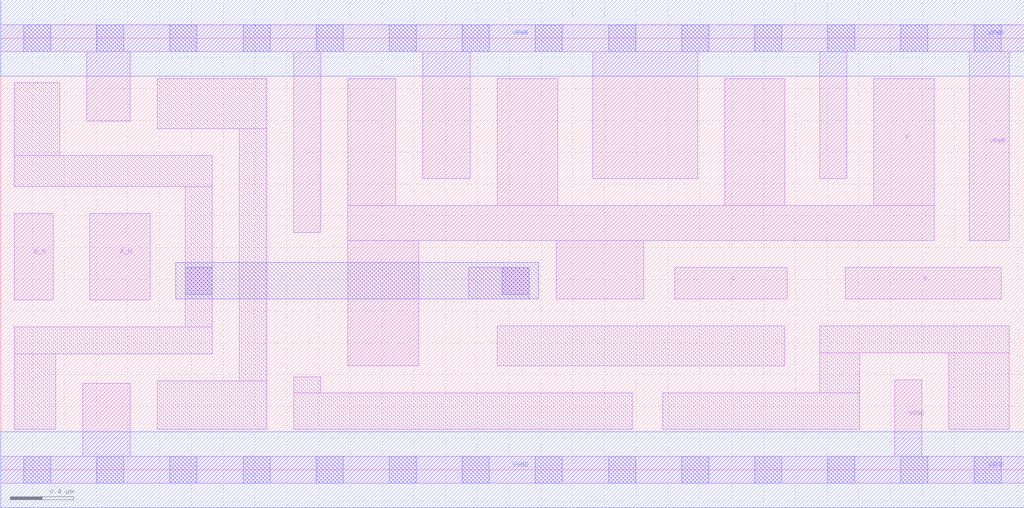
<source format=lef>
# Copyright 2020 The SkyWater PDK Authors
#
# Licensed under the Apache License, Version 2.0 (the "License");
# you may not use this file except in compliance with the License.
# You may obtain a copy of the License at
#
#     https://www.apache.org/licenses/LICENSE-2.0
#
# Unless required by applicable law or agreed to in writing, software
# distributed under the License is distributed on an "AS IS" BASIS,
# WITHOUT WARRANTIES OR CONDITIONS OF ANY KIND, either express or implied.
# See the License for the specific language governing permissions and
# limitations under the License.
#
# SPDX-License-Identifier: Apache-2.0

VERSION 5.7 ;
  NAMESCASESENSITIVE ON ;
  NOWIREEXTENSIONATPIN ON ;
  DIVIDERCHAR "/" ;
  BUSBITCHARS "[]" ;
UNITS
  DATABASE MICRONS 200 ;
END UNITS
PROPERTYDEFINITIONS
  MACRO maskLayoutSubType STRING ;
  MACRO prCellType STRING ;
  MACRO originalViewName STRING ;
END PROPERTYDEFINITIONS
MACRO sky130_fd_sc_hdll__nand4bb_2
  CLASS CORE ;
  FOREIGN sky130_fd_sc_hdll__nand4bb_2 ;
  ORIGIN  0.000000  0.000000 ;
  SIZE  6.440000 BY  2.720000 ;
  SYMMETRY X Y R90 ;
  SITE unithd ;
  PIN A_N
    ANTENNAGATEAREA  0.138600 ;
    DIRECTION INPUT ;
    USE SIGNAL ;
    PORT
      LAYER li1 ;
        RECT 0.560000 1.070000 0.940000 1.615000 ;
    END
  END A_N
  PIN B_N
    ANTENNAGATEAREA  0.138600 ;
    DIRECTION INPUT ;
    USE SIGNAL ;
    PORT
      LAYER li1 ;
        RECT 0.085000 1.070000 0.330000 1.615000 ;
    END
  END B_N
  PIN C
    ANTENNAGATEAREA  0.555000 ;
    DIRECTION INPUT ;
    USE SIGNAL ;
    PORT
      LAYER li1 ;
        RECT 4.240000 1.075000 4.950000 1.275000 ;
    END
  END C
  PIN D
    ANTENNAGATEAREA  0.555000 ;
    DIRECTION INPUT ;
    USE SIGNAL ;
    PORT
      LAYER li1 ;
        RECT 5.315000 1.075000 6.295000 1.275000 ;
    END
  END D
  PIN VGND
    ANTENNADIFFAREA  0.342400 ;
    DIRECTION INOUT ;
    USE SIGNAL ;
    PORT
      LAYER li1 ;
        RECT 0.000000 -0.085000 6.440000 0.085000 ;
        RECT 0.515000  0.085000 0.815000 0.545000 ;
        RECT 5.625000  0.085000 5.795000 0.565000 ;
      LAYER mcon ;
        RECT 0.145000 -0.085000 0.315000 0.085000 ;
        RECT 0.605000 -0.085000 0.775000 0.085000 ;
        RECT 1.065000 -0.085000 1.235000 0.085000 ;
        RECT 1.525000 -0.085000 1.695000 0.085000 ;
        RECT 1.985000 -0.085000 2.155000 0.085000 ;
        RECT 2.445000 -0.085000 2.615000 0.085000 ;
        RECT 2.905000 -0.085000 3.075000 0.085000 ;
        RECT 3.365000 -0.085000 3.535000 0.085000 ;
        RECT 3.825000 -0.085000 3.995000 0.085000 ;
        RECT 4.285000 -0.085000 4.455000 0.085000 ;
        RECT 4.745000 -0.085000 4.915000 0.085000 ;
        RECT 5.205000 -0.085000 5.375000 0.085000 ;
        RECT 5.665000 -0.085000 5.835000 0.085000 ;
        RECT 6.125000 -0.085000 6.295000 0.085000 ;
      LAYER met1 ;
        RECT 0.000000 -0.240000 6.440000 0.240000 ;
    END
  END VGND
  PIN VPWR
    ANTENNADIFFAREA  2.021800 ;
    DIRECTION INOUT ;
    USE SIGNAL ;
    PORT
      LAYER li1 ;
        RECT 0.000000 2.635000 6.440000 2.805000 ;
        RECT 0.540000 2.195000 0.815000 2.635000 ;
        RECT 1.845000 1.495000 2.015000 2.635000 ;
        RECT 2.655000 1.835000 2.955000 2.635000 ;
        RECT 3.725000 1.835000 4.385000 2.635000 ;
        RECT 5.155000 1.835000 5.325000 2.635000 ;
        RECT 6.095000 1.445000 6.345000 2.635000 ;
      LAYER mcon ;
        RECT 0.145000 2.635000 0.315000 2.805000 ;
        RECT 0.605000 2.635000 0.775000 2.805000 ;
        RECT 1.065000 2.635000 1.235000 2.805000 ;
        RECT 1.525000 2.635000 1.695000 2.805000 ;
        RECT 1.985000 2.635000 2.155000 2.805000 ;
        RECT 2.445000 2.635000 2.615000 2.805000 ;
        RECT 2.905000 2.635000 3.075000 2.805000 ;
        RECT 3.365000 2.635000 3.535000 2.805000 ;
        RECT 3.825000 2.635000 3.995000 2.805000 ;
        RECT 4.285000 2.635000 4.455000 2.805000 ;
        RECT 4.745000 2.635000 4.915000 2.805000 ;
        RECT 5.205000 2.635000 5.375000 2.805000 ;
        RECT 5.665000 2.635000 5.835000 2.805000 ;
        RECT 6.125000 2.635000 6.295000 2.805000 ;
      LAYER met1 ;
        RECT 0.000000 2.480000 6.440000 2.960000 ;
    END
  END VPWR
  PIN Y
    ANTENNADIFFAREA  1.368000 ;
    DIRECTION OUTPUT ;
    USE SIGNAL ;
    PORT
      LAYER li1 ;
        RECT 2.185000 0.655000 2.630000 1.445000 ;
        RECT 2.185000 1.445000 5.875000 1.665000 ;
        RECT 2.185000 1.665000 2.485000 2.465000 ;
        RECT 3.125000 1.665000 3.505000 2.465000 ;
        RECT 3.495000 1.075000 4.045000 1.445000 ;
        RECT 4.555000 1.665000 4.935000 2.465000 ;
        RECT 5.495000 1.665000 5.875000 2.465000 ;
    END
  END Y
  OBS
    LAYER li1 ;
      RECT 0.085000 0.255000 0.345000 0.730000 ;
      RECT 0.085000 0.730000 1.330000 0.900000 ;
      RECT 0.085000 1.785000 1.330000 1.980000 ;
      RECT 0.085000 1.980000 0.370000 2.440000 ;
      RECT 0.985000 0.255000 1.675000 0.560000 ;
      RECT 0.985000 2.150000 1.675000 2.465000 ;
      RECT 1.160000 0.900000 1.330000 1.785000 ;
      RECT 1.500000 0.560000 1.675000 2.150000 ;
      RECT 1.845000 0.255000 3.975000 0.485000 ;
      RECT 1.845000 0.485000 2.015000 0.585000 ;
      RECT 2.945000 1.075000 3.325000 1.275000 ;
      RECT 3.125000 0.655000 4.935000 0.905000 ;
      RECT 4.165000 0.255000 5.405000 0.485000 ;
      RECT 5.155000 0.485000 5.405000 0.735000 ;
      RECT 5.155000 0.735000 6.345000 0.905000 ;
      RECT 5.965000 0.255000 6.345000 0.735000 ;
    LAYER mcon ;
      RECT 1.160000 1.105000 1.330000 1.275000 ;
      RECT 3.155000 1.105000 3.325000 1.275000 ;
    LAYER met1 ;
      RECT 1.100000 1.075000 3.385000 1.305000 ;
  END
  PROPERTY maskLayoutSubType "abstract" ;
  PROPERTY prCellType "standard" ;
  PROPERTY originalViewName "layout" ;
END sky130_fd_sc_hdll__nand4bb_2

</source>
